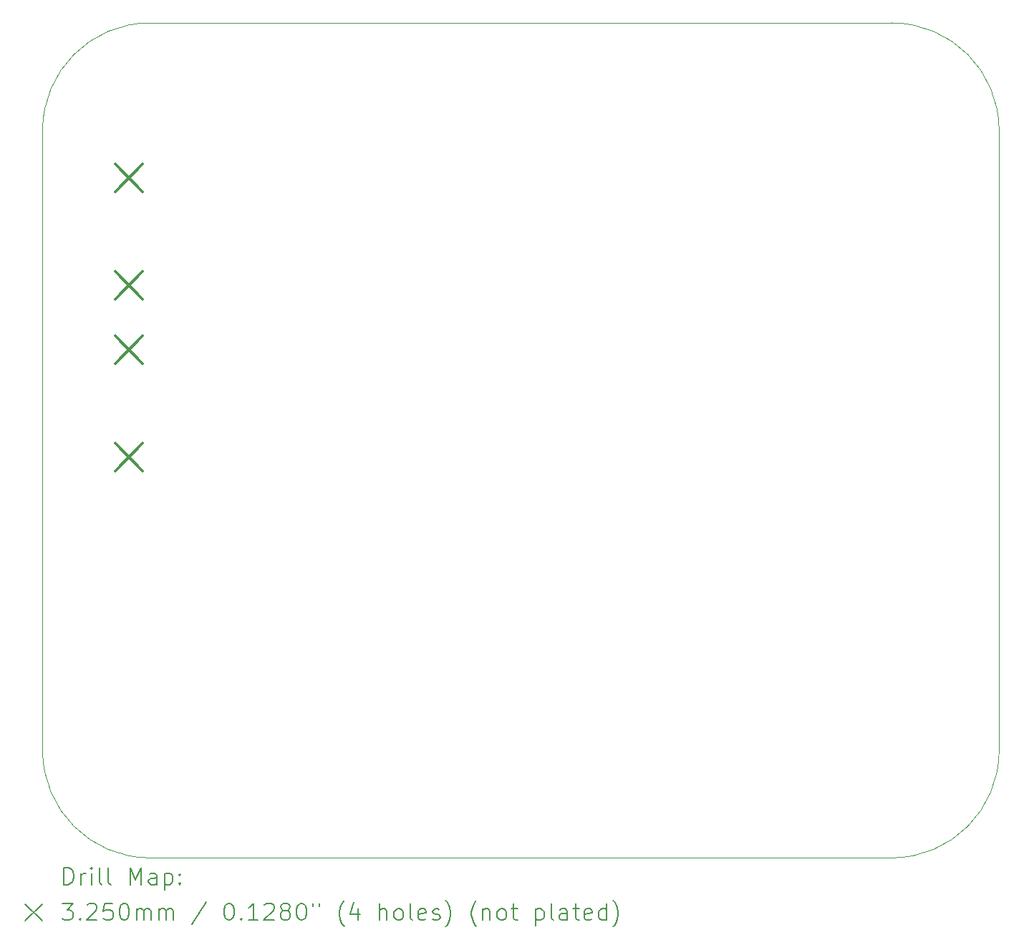
<source format=gbr>
%TF.GenerationSoftware,KiCad,Pcbnew,(6.0.11)*%
%TF.CreationDate,2023-03-05T16:19:06-05:00*%
%TF.ProjectId,pre-thermal-throttle-pcb,7072652d-7468-4657-926d-616c2d746872,rev?*%
%TF.SameCoordinates,Original*%
%TF.FileFunction,Drillmap*%
%TF.FilePolarity,Positive*%
%FSLAX45Y45*%
G04 Gerber Fmt 4.5, Leading zero omitted, Abs format (unit mm)*
G04 Created by KiCad (PCBNEW (6.0.11)) date 2023-03-05 16:19:06*
%MOMM*%
%LPD*%
G01*
G04 APERTURE LIST*
%ADD10C,0.100000*%
%ADD11C,0.200000*%
%ADD12C,0.325000*%
G04 APERTURE END LIST*
D10*
X23384374Y-13910174D02*
G75*
G03*
X24654374Y-12640174I0J1270000D01*
G01*
X24654374Y-5304926D02*
X24654374Y-12640174D01*
X14614026Y-4034926D02*
X23384374Y-4034926D01*
X13344026Y-5304926D02*
X13344025Y-12640174D01*
X23384374Y-13910174D02*
X14614025Y-13910174D01*
X14614026Y-4034926D02*
G75*
G03*
X13344026Y-5304926I0J-1270000D01*
G01*
X13344025Y-12640174D02*
G75*
G03*
X14614025Y-13910174I1270001J1D01*
G01*
X24654374Y-5304926D02*
G75*
G03*
X23384374Y-4034926I-1270004J-4D01*
G01*
D11*
D12*
X14201000Y-5704500D02*
X14526000Y-6029500D01*
X14526000Y-5704500D02*
X14201000Y-6029500D01*
X14201000Y-6974500D02*
X14526000Y-7299500D01*
X14526000Y-6974500D02*
X14201000Y-7299500D01*
X14201000Y-7736500D02*
X14526000Y-8061500D01*
X14526000Y-7736500D02*
X14201000Y-8061500D01*
X14201000Y-9006500D02*
X14526000Y-9331500D01*
X14526000Y-9006500D02*
X14201000Y-9331500D01*
D11*
X13596644Y-14225651D02*
X13596644Y-14025651D01*
X13644263Y-14025651D01*
X13672835Y-14035174D01*
X13691883Y-14054222D01*
X13701406Y-14073270D01*
X13710930Y-14111365D01*
X13710930Y-14139936D01*
X13701406Y-14178032D01*
X13691883Y-14197079D01*
X13672835Y-14216127D01*
X13644263Y-14225651D01*
X13596644Y-14225651D01*
X13796644Y-14225651D02*
X13796644Y-14092317D01*
X13796644Y-14130412D02*
X13806168Y-14111365D01*
X13815692Y-14101841D01*
X13834740Y-14092317D01*
X13853787Y-14092317D01*
X13920454Y-14225651D02*
X13920454Y-14092317D01*
X13920454Y-14025651D02*
X13910930Y-14035174D01*
X13920454Y-14044698D01*
X13929978Y-14035174D01*
X13920454Y-14025651D01*
X13920454Y-14044698D01*
X14044263Y-14225651D02*
X14025216Y-14216127D01*
X14015692Y-14197079D01*
X14015692Y-14025651D01*
X14149025Y-14225651D02*
X14129978Y-14216127D01*
X14120454Y-14197079D01*
X14120454Y-14025651D01*
X14377597Y-14225651D02*
X14377597Y-14025651D01*
X14444263Y-14168508D01*
X14510930Y-14025651D01*
X14510930Y-14225651D01*
X14691883Y-14225651D02*
X14691883Y-14120889D01*
X14682359Y-14101841D01*
X14663311Y-14092317D01*
X14625216Y-14092317D01*
X14606168Y-14101841D01*
X14691883Y-14216127D02*
X14672835Y-14225651D01*
X14625216Y-14225651D01*
X14606168Y-14216127D01*
X14596644Y-14197079D01*
X14596644Y-14178032D01*
X14606168Y-14158984D01*
X14625216Y-14149460D01*
X14672835Y-14149460D01*
X14691883Y-14139936D01*
X14787121Y-14092317D02*
X14787121Y-14292317D01*
X14787121Y-14101841D02*
X14806168Y-14092317D01*
X14844263Y-14092317D01*
X14863311Y-14101841D01*
X14872835Y-14111365D01*
X14882359Y-14130412D01*
X14882359Y-14187555D01*
X14872835Y-14206603D01*
X14863311Y-14216127D01*
X14844263Y-14225651D01*
X14806168Y-14225651D01*
X14787121Y-14216127D01*
X14968073Y-14206603D02*
X14977597Y-14216127D01*
X14968073Y-14225651D01*
X14958549Y-14216127D01*
X14968073Y-14206603D01*
X14968073Y-14225651D01*
X14968073Y-14101841D02*
X14977597Y-14111365D01*
X14968073Y-14120889D01*
X14958549Y-14111365D01*
X14968073Y-14101841D01*
X14968073Y-14120889D01*
X13139025Y-14455174D02*
X13339025Y-14655174D01*
X13339025Y-14455174D02*
X13139025Y-14655174D01*
X13577597Y-14445651D02*
X13701406Y-14445651D01*
X13634740Y-14521841D01*
X13663311Y-14521841D01*
X13682359Y-14531365D01*
X13691883Y-14540889D01*
X13701406Y-14559936D01*
X13701406Y-14607555D01*
X13691883Y-14626603D01*
X13682359Y-14636127D01*
X13663311Y-14645651D01*
X13606168Y-14645651D01*
X13587121Y-14636127D01*
X13577597Y-14626603D01*
X13787121Y-14626603D02*
X13796644Y-14636127D01*
X13787121Y-14645651D01*
X13777597Y-14636127D01*
X13787121Y-14626603D01*
X13787121Y-14645651D01*
X13872835Y-14464698D02*
X13882359Y-14455174D01*
X13901406Y-14445651D01*
X13949025Y-14445651D01*
X13968073Y-14455174D01*
X13977597Y-14464698D01*
X13987121Y-14483746D01*
X13987121Y-14502793D01*
X13977597Y-14531365D01*
X13863311Y-14645651D01*
X13987121Y-14645651D01*
X14168073Y-14445651D02*
X14072835Y-14445651D01*
X14063311Y-14540889D01*
X14072835Y-14531365D01*
X14091883Y-14521841D01*
X14139502Y-14521841D01*
X14158549Y-14531365D01*
X14168073Y-14540889D01*
X14177597Y-14559936D01*
X14177597Y-14607555D01*
X14168073Y-14626603D01*
X14158549Y-14636127D01*
X14139502Y-14645651D01*
X14091883Y-14645651D01*
X14072835Y-14636127D01*
X14063311Y-14626603D01*
X14301406Y-14445651D02*
X14320454Y-14445651D01*
X14339502Y-14455174D01*
X14349025Y-14464698D01*
X14358549Y-14483746D01*
X14368073Y-14521841D01*
X14368073Y-14569460D01*
X14358549Y-14607555D01*
X14349025Y-14626603D01*
X14339502Y-14636127D01*
X14320454Y-14645651D01*
X14301406Y-14645651D01*
X14282359Y-14636127D01*
X14272835Y-14626603D01*
X14263311Y-14607555D01*
X14253787Y-14569460D01*
X14253787Y-14521841D01*
X14263311Y-14483746D01*
X14272835Y-14464698D01*
X14282359Y-14455174D01*
X14301406Y-14445651D01*
X14453787Y-14645651D02*
X14453787Y-14512317D01*
X14453787Y-14531365D02*
X14463311Y-14521841D01*
X14482359Y-14512317D01*
X14510930Y-14512317D01*
X14529978Y-14521841D01*
X14539502Y-14540889D01*
X14539502Y-14645651D01*
X14539502Y-14540889D02*
X14549025Y-14521841D01*
X14568073Y-14512317D01*
X14596644Y-14512317D01*
X14615692Y-14521841D01*
X14625216Y-14540889D01*
X14625216Y-14645651D01*
X14720454Y-14645651D02*
X14720454Y-14512317D01*
X14720454Y-14531365D02*
X14729978Y-14521841D01*
X14749025Y-14512317D01*
X14777597Y-14512317D01*
X14796644Y-14521841D01*
X14806168Y-14540889D01*
X14806168Y-14645651D01*
X14806168Y-14540889D02*
X14815692Y-14521841D01*
X14834740Y-14512317D01*
X14863311Y-14512317D01*
X14882359Y-14521841D01*
X14891883Y-14540889D01*
X14891883Y-14645651D01*
X15282359Y-14436127D02*
X15110930Y-14693270D01*
X15539502Y-14445651D02*
X15558549Y-14445651D01*
X15577597Y-14455174D01*
X15587121Y-14464698D01*
X15596644Y-14483746D01*
X15606168Y-14521841D01*
X15606168Y-14569460D01*
X15596644Y-14607555D01*
X15587121Y-14626603D01*
X15577597Y-14636127D01*
X15558549Y-14645651D01*
X15539502Y-14645651D01*
X15520454Y-14636127D01*
X15510930Y-14626603D01*
X15501406Y-14607555D01*
X15491883Y-14569460D01*
X15491883Y-14521841D01*
X15501406Y-14483746D01*
X15510930Y-14464698D01*
X15520454Y-14455174D01*
X15539502Y-14445651D01*
X15691883Y-14626603D02*
X15701406Y-14636127D01*
X15691883Y-14645651D01*
X15682359Y-14636127D01*
X15691883Y-14626603D01*
X15691883Y-14645651D01*
X15891883Y-14645651D02*
X15777597Y-14645651D01*
X15834740Y-14645651D02*
X15834740Y-14445651D01*
X15815692Y-14474222D01*
X15796644Y-14493270D01*
X15777597Y-14502793D01*
X15968073Y-14464698D02*
X15977597Y-14455174D01*
X15996644Y-14445651D01*
X16044263Y-14445651D01*
X16063311Y-14455174D01*
X16072835Y-14464698D01*
X16082359Y-14483746D01*
X16082359Y-14502793D01*
X16072835Y-14531365D01*
X15958549Y-14645651D01*
X16082359Y-14645651D01*
X16196644Y-14531365D02*
X16177597Y-14521841D01*
X16168073Y-14512317D01*
X16158549Y-14493270D01*
X16158549Y-14483746D01*
X16168073Y-14464698D01*
X16177597Y-14455174D01*
X16196644Y-14445651D01*
X16234740Y-14445651D01*
X16253787Y-14455174D01*
X16263311Y-14464698D01*
X16272835Y-14483746D01*
X16272835Y-14493270D01*
X16263311Y-14512317D01*
X16253787Y-14521841D01*
X16234740Y-14531365D01*
X16196644Y-14531365D01*
X16177597Y-14540889D01*
X16168073Y-14550412D01*
X16158549Y-14569460D01*
X16158549Y-14607555D01*
X16168073Y-14626603D01*
X16177597Y-14636127D01*
X16196644Y-14645651D01*
X16234740Y-14645651D01*
X16253787Y-14636127D01*
X16263311Y-14626603D01*
X16272835Y-14607555D01*
X16272835Y-14569460D01*
X16263311Y-14550412D01*
X16253787Y-14540889D01*
X16234740Y-14531365D01*
X16396644Y-14445651D02*
X16415692Y-14445651D01*
X16434740Y-14455174D01*
X16444263Y-14464698D01*
X16453787Y-14483746D01*
X16463311Y-14521841D01*
X16463311Y-14569460D01*
X16453787Y-14607555D01*
X16444263Y-14626603D01*
X16434740Y-14636127D01*
X16415692Y-14645651D01*
X16396644Y-14645651D01*
X16377597Y-14636127D01*
X16368073Y-14626603D01*
X16358549Y-14607555D01*
X16349025Y-14569460D01*
X16349025Y-14521841D01*
X16358549Y-14483746D01*
X16368073Y-14464698D01*
X16377597Y-14455174D01*
X16396644Y-14445651D01*
X16539502Y-14445651D02*
X16539502Y-14483746D01*
X16615692Y-14445651D02*
X16615692Y-14483746D01*
X16910930Y-14721841D02*
X16901406Y-14712317D01*
X16882359Y-14683746D01*
X16872835Y-14664698D01*
X16863311Y-14636127D01*
X16853787Y-14588508D01*
X16853787Y-14550412D01*
X16863311Y-14502793D01*
X16872835Y-14474222D01*
X16882359Y-14455174D01*
X16901406Y-14426603D01*
X16910930Y-14417079D01*
X17072835Y-14512317D02*
X17072835Y-14645651D01*
X17025216Y-14436127D02*
X16977597Y-14578984D01*
X17101406Y-14578984D01*
X17329978Y-14645651D02*
X17329978Y-14445651D01*
X17415692Y-14645651D02*
X17415692Y-14540889D01*
X17406168Y-14521841D01*
X17387121Y-14512317D01*
X17358549Y-14512317D01*
X17339502Y-14521841D01*
X17329978Y-14531365D01*
X17539502Y-14645651D02*
X17520454Y-14636127D01*
X17510930Y-14626603D01*
X17501406Y-14607555D01*
X17501406Y-14550412D01*
X17510930Y-14531365D01*
X17520454Y-14521841D01*
X17539502Y-14512317D01*
X17568073Y-14512317D01*
X17587121Y-14521841D01*
X17596645Y-14531365D01*
X17606168Y-14550412D01*
X17606168Y-14607555D01*
X17596645Y-14626603D01*
X17587121Y-14636127D01*
X17568073Y-14645651D01*
X17539502Y-14645651D01*
X17720454Y-14645651D02*
X17701406Y-14636127D01*
X17691883Y-14617079D01*
X17691883Y-14445651D01*
X17872835Y-14636127D02*
X17853787Y-14645651D01*
X17815692Y-14645651D01*
X17796645Y-14636127D01*
X17787121Y-14617079D01*
X17787121Y-14540889D01*
X17796645Y-14521841D01*
X17815692Y-14512317D01*
X17853787Y-14512317D01*
X17872835Y-14521841D01*
X17882359Y-14540889D01*
X17882359Y-14559936D01*
X17787121Y-14578984D01*
X17958549Y-14636127D02*
X17977597Y-14645651D01*
X18015692Y-14645651D01*
X18034740Y-14636127D01*
X18044264Y-14617079D01*
X18044264Y-14607555D01*
X18034740Y-14588508D01*
X18015692Y-14578984D01*
X17987121Y-14578984D01*
X17968073Y-14569460D01*
X17958549Y-14550412D01*
X17958549Y-14540889D01*
X17968073Y-14521841D01*
X17987121Y-14512317D01*
X18015692Y-14512317D01*
X18034740Y-14521841D01*
X18110930Y-14721841D02*
X18120454Y-14712317D01*
X18139502Y-14683746D01*
X18149025Y-14664698D01*
X18158549Y-14636127D01*
X18168073Y-14588508D01*
X18168073Y-14550412D01*
X18158549Y-14502793D01*
X18149025Y-14474222D01*
X18139502Y-14455174D01*
X18120454Y-14426603D01*
X18110930Y-14417079D01*
X18472835Y-14721841D02*
X18463311Y-14712317D01*
X18444264Y-14683746D01*
X18434740Y-14664698D01*
X18425216Y-14636127D01*
X18415692Y-14588508D01*
X18415692Y-14550412D01*
X18425216Y-14502793D01*
X18434740Y-14474222D01*
X18444264Y-14455174D01*
X18463311Y-14426603D01*
X18472835Y-14417079D01*
X18549025Y-14512317D02*
X18549025Y-14645651D01*
X18549025Y-14531365D02*
X18558549Y-14521841D01*
X18577597Y-14512317D01*
X18606168Y-14512317D01*
X18625216Y-14521841D01*
X18634740Y-14540889D01*
X18634740Y-14645651D01*
X18758549Y-14645651D02*
X18739502Y-14636127D01*
X18729978Y-14626603D01*
X18720454Y-14607555D01*
X18720454Y-14550412D01*
X18729978Y-14531365D01*
X18739502Y-14521841D01*
X18758549Y-14512317D01*
X18787121Y-14512317D01*
X18806168Y-14521841D01*
X18815692Y-14531365D01*
X18825216Y-14550412D01*
X18825216Y-14607555D01*
X18815692Y-14626603D01*
X18806168Y-14636127D01*
X18787121Y-14645651D01*
X18758549Y-14645651D01*
X18882359Y-14512317D02*
X18958549Y-14512317D01*
X18910930Y-14445651D02*
X18910930Y-14617079D01*
X18920454Y-14636127D01*
X18939502Y-14645651D01*
X18958549Y-14645651D01*
X19177597Y-14512317D02*
X19177597Y-14712317D01*
X19177597Y-14521841D02*
X19196645Y-14512317D01*
X19234740Y-14512317D01*
X19253787Y-14521841D01*
X19263311Y-14531365D01*
X19272835Y-14550412D01*
X19272835Y-14607555D01*
X19263311Y-14626603D01*
X19253787Y-14636127D01*
X19234740Y-14645651D01*
X19196645Y-14645651D01*
X19177597Y-14636127D01*
X19387121Y-14645651D02*
X19368073Y-14636127D01*
X19358549Y-14617079D01*
X19358549Y-14445651D01*
X19549025Y-14645651D02*
X19549025Y-14540889D01*
X19539502Y-14521841D01*
X19520454Y-14512317D01*
X19482359Y-14512317D01*
X19463311Y-14521841D01*
X19549025Y-14636127D02*
X19529978Y-14645651D01*
X19482359Y-14645651D01*
X19463311Y-14636127D01*
X19453787Y-14617079D01*
X19453787Y-14598032D01*
X19463311Y-14578984D01*
X19482359Y-14569460D01*
X19529978Y-14569460D01*
X19549025Y-14559936D01*
X19615692Y-14512317D02*
X19691883Y-14512317D01*
X19644264Y-14445651D02*
X19644264Y-14617079D01*
X19653787Y-14636127D01*
X19672835Y-14645651D01*
X19691883Y-14645651D01*
X19834740Y-14636127D02*
X19815692Y-14645651D01*
X19777597Y-14645651D01*
X19758549Y-14636127D01*
X19749025Y-14617079D01*
X19749025Y-14540889D01*
X19758549Y-14521841D01*
X19777597Y-14512317D01*
X19815692Y-14512317D01*
X19834740Y-14521841D01*
X19844264Y-14540889D01*
X19844264Y-14559936D01*
X19749025Y-14578984D01*
X20015692Y-14645651D02*
X20015692Y-14445651D01*
X20015692Y-14636127D02*
X19996645Y-14645651D01*
X19958549Y-14645651D01*
X19939502Y-14636127D01*
X19929978Y-14626603D01*
X19920454Y-14607555D01*
X19920454Y-14550412D01*
X19929978Y-14531365D01*
X19939502Y-14521841D01*
X19958549Y-14512317D01*
X19996645Y-14512317D01*
X20015692Y-14521841D01*
X20091883Y-14721841D02*
X20101406Y-14712317D01*
X20120454Y-14683746D01*
X20129978Y-14664698D01*
X20139502Y-14636127D01*
X20149025Y-14588508D01*
X20149025Y-14550412D01*
X20139502Y-14502793D01*
X20129978Y-14474222D01*
X20120454Y-14455174D01*
X20101406Y-14426603D01*
X20091883Y-14417079D01*
M02*

</source>
